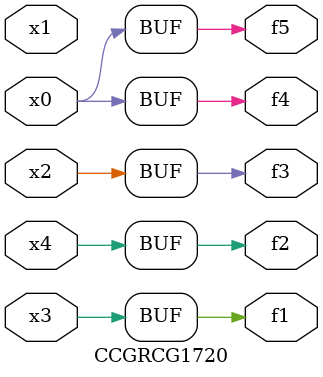
<source format=v>
module CCGRCG1720(
	input x0, x1, x2, x3, x4,
	output f1, f2, f3, f4, f5
);
	assign f1 = x3;
	assign f2 = x4;
	assign f3 = x2;
	assign f4 = x0;
	assign f5 = x0;
endmodule

</source>
